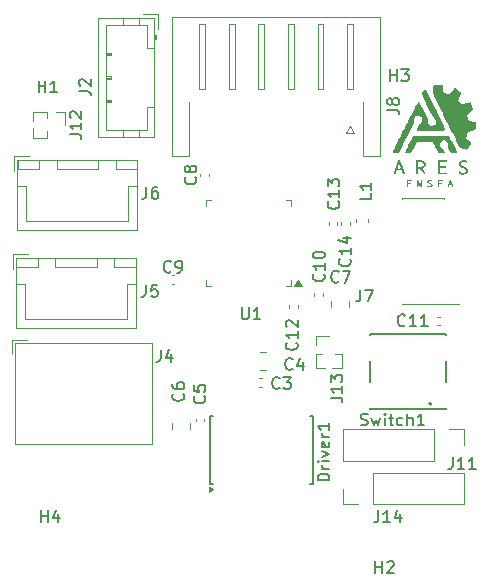
<source format=gbr>
%TF.GenerationSoftware,KiCad,Pcbnew,8.0.8*%
%TF.CreationDate,2025-02-05T17:51:18+01:00*%
%TF.ProjectId,Janus_finalV,4a616e75-735f-4666-996e-616c562e6b69,rev?*%
%TF.SameCoordinates,Original*%
%TF.FileFunction,Legend,Top*%
%TF.FilePolarity,Positive*%
%FSLAX46Y46*%
G04 Gerber Fmt 4.6, Leading zero omitted, Abs format (unit mm)*
G04 Created by KiCad (PCBNEW 8.0.8) date 2025-02-05 17:51:18*
%MOMM*%
%LPD*%
G01*
G04 APERTURE LIST*
%ADD10C,0.150000*%
%ADD11C,0.120000*%
%ADD12C,0.200000*%
%ADD13C,0.000000*%
G04 APERTURE END LIST*
D10*
X142290476Y-81254819D02*
X142290476Y-81969104D01*
X142290476Y-81969104D02*
X142242857Y-82111961D01*
X142242857Y-82111961D02*
X142147619Y-82207200D01*
X142147619Y-82207200D02*
X142004762Y-82254819D01*
X142004762Y-82254819D02*
X141909524Y-82254819D01*
X143290476Y-82254819D02*
X142719048Y-82254819D01*
X143004762Y-82254819D02*
X143004762Y-81254819D01*
X143004762Y-81254819D02*
X142909524Y-81397676D01*
X142909524Y-81397676D02*
X142814286Y-81492914D01*
X142814286Y-81492914D02*
X142719048Y-81540533D01*
X144147619Y-81588152D02*
X144147619Y-82254819D01*
X143909524Y-81207200D02*
X143671429Y-81921485D01*
X143671429Y-81921485D02*
X144290476Y-81921485D01*
X142038095Y-86554819D02*
X142038095Y-85554819D01*
X142038095Y-86031009D02*
X142609523Y-86031009D01*
X142609523Y-86554819D02*
X142609523Y-85554819D01*
X143038095Y-85650057D02*
X143085714Y-85602438D01*
X143085714Y-85602438D02*
X143180952Y-85554819D01*
X143180952Y-85554819D02*
X143419047Y-85554819D01*
X143419047Y-85554819D02*
X143514285Y-85602438D01*
X143514285Y-85602438D02*
X143561904Y-85650057D01*
X143561904Y-85650057D02*
X143609523Y-85745295D01*
X143609523Y-85745295D02*
X143609523Y-85840533D01*
X143609523Y-85840533D02*
X143561904Y-85983390D01*
X143561904Y-85983390D02*
X142990476Y-86554819D01*
X142990476Y-86554819D02*
X143609523Y-86554819D01*
X144557142Y-65559580D02*
X144509523Y-65607200D01*
X144509523Y-65607200D02*
X144366666Y-65654819D01*
X144366666Y-65654819D02*
X144271428Y-65654819D01*
X144271428Y-65654819D02*
X144128571Y-65607200D01*
X144128571Y-65607200D02*
X144033333Y-65511961D01*
X144033333Y-65511961D02*
X143985714Y-65416723D01*
X143985714Y-65416723D02*
X143938095Y-65226247D01*
X143938095Y-65226247D02*
X143938095Y-65083390D01*
X143938095Y-65083390D02*
X143985714Y-64892914D01*
X143985714Y-64892914D02*
X144033333Y-64797676D01*
X144033333Y-64797676D02*
X144128571Y-64702438D01*
X144128571Y-64702438D02*
X144271428Y-64654819D01*
X144271428Y-64654819D02*
X144366666Y-64654819D01*
X144366666Y-64654819D02*
X144509523Y-64702438D01*
X144509523Y-64702438D02*
X144557142Y-64750057D01*
X145509523Y-65654819D02*
X144938095Y-65654819D01*
X145223809Y-65654819D02*
X145223809Y-64654819D01*
X145223809Y-64654819D02*
X145128571Y-64797676D01*
X145128571Y-64797676D02*
X145033333Y-64892914D01*
X145033333Y-64892914D02*
X144938095Y-64940533D01*
X146461904Y-65654819D02*
X145890476Y-65654819D01*
X146176190Y-65654819D02*
X146176190Y-64654819D01*
X146176190Y-64654819D02*
X146080952Y-64797676D01*
X146080952Y-64797676D02*
X145985714Y-64892914D01*
X145985714Y-64892914D02*
X145890476Y-64940533D01*
X140766666Y-62554819D02*
X140766666Y-63269104D01*
X140766666Y-63269104D02*
X140719047Y-63411961D01*
X140719047Y-63411961D02*
X140623809Y-63507200D01*
X140623809Y-63507200D02*
X140480952Y-63554819D01*
X140480952Y-63554819D02*
X140385714Y-63554819D01*
X141147619Y-62554819D02*
X141814285Y-62554819D01*
X141814285Y-62554819D02*
X141385714Y-63554819D01*
X116954819Y-45733333D02*
X117669104Y-45733333D01*
X117669104Y-45733333D02*
X117811961Y-45780952D01*
X117811961Y-45780952D02*
X117907200Y-45876190D01*
X117907200Y-45876190D02*
X117954819Y-46019047D01*
X117954819Y-46019047D02*
X117954819Y-46114285D01*
X117050057Y-45304761D02*
X117002438Y-45257142D01*
X117002438Y-45257142D02*
X116954819Y-45161904D01*
X116954819Y-45161904D02*
X116954819Y-44923809D01*
X116954819Y-44923809D02*
X117002438Y-44828571D01*
X117002438Y-44828571D02*
X117050057Y-44780952D01*
X117050057Y-44780952D02*
X117145295Y-44733333D01*
X117145295Y-44733333D02*
X117240533Y-44733333D01*
X117240533Y-44733333D02*
X117383390Y-44780952D01*
X117383390Y-44780952D02*
X117954819Y-45352380D01*
X117954819Y-45352380D02*
X117954819Y-44733333D01*
X138254819Y-71709523D02*
X138969104Y-71709523D01*
X138969104Y-71709523D02*
X139111961Y-71757142D01*
X139111961Y-71757142D02*
X139207200Y-71852380D01*
X139207200Y-71852380D02*
X139254819Y-71995237D01*
X139254819Y-71995237D02*
X139254819Y-72090475D01*
X139254819Y-70709523D02*
X139254819Y-71280951D01*
X139254819Y-70995237D02*
X138254819Y-70995237D01*
X138254819Y-70995237D02*
X138397676Y-71090475D01*
X138397676Y-71090475D02*
X138492914Y-71185713D01*
X138492914Y-71185713D02*
X138540533Y-71280951D01*
X138254819Y-70376189D02*
X138254819Y-69757142D01*
X138254819Y-69757142D02*
X138635771Y-70090475D01*
X138635771Y-70090475D02*
X138635771Y-69947618D01*
X138635771Y-69947618D02*
X138683390Y-69852380D01*
X138683390Y-69852380D02*
X138731009Y-69804761D01*
X138731009Y-69804761D02*
X138826247Y-69757142D01*
X138826247Y-69757142D02*
X139064342Y-69757142D01*
X139064342Y-69757142D02*
X139159580Y-69804761D01*
X139159580Y-69804761D02*
X139207200Y-69852380D01*
X139207200Y-69852380D02*
X139254819Y-69947618D01*
X139254819Y-69947618D02*
X139254819Y-70233332D01*
X139254819Y-70233332D02*
X139207200Y-70328570D01*
X139207200Y-70328570D02*
X139159580Y-70376189D01*
X140809524Y-74007200D02*
X140952381Y-74054819D01*
X140952381Y-74054819D02*
X141190476Y-74054819D01*
X141190476Y-74054819D02*
X141285714Y-74007200D01*
X141285714Y-74007200D02*
X141333333Y-73959580D01*
X141333333Y-73959580D02*
X141380952Y-73864342D01*
X141380952Y-73864342D02*
X141380952Y-73769104D01*
X141380952Y-73769104D02*
X141333333Y-73673866D01*
X141333333Y-73673866D02*
X141285714Y-73626247D01*
X141285714Y-73626247D02*
X141190476Y-73578628D01*
X141190476Y-73578628D02*
X141000000Y-73531009D01*
X141000000Y-73531009D02*
X140904762Y-73483390D01*
X140904762Y-73483390D02*
X140857143Y-73435771D01*
X140857143Y-73435771D02*
X140809524Y-73340533D01*
X140809524Y-73340533D02*
X140809524Y-73245295D01*
X140809524Y-73245295D02*
X140857143Y-73150057D01*
X140857143Y-73150057D02*
X140904762Y-73102438D01*
X140904762Y-73102438D02*
X141000000Y-73054819D01*
X141000000Y-73054819D02*
X141238095Y-73054819D01*
X141238095Y-73054819D02*
X141380952Y-73102438D01*
X141714286Y-73388152D02*
X141904762Y-74054819D01*
X141904762Y-74054819D02*
X142095238Y-73578628D01*
X142095238Y-73578628D02*
X142285714Y-74054819D01*
X142285714Y-74054819D02*
X142476190Y-73388152D01*
X142857143Y-74054819D02*
X142857143Y-73388152D01*
X142857143Y-73054819D02*
X142809524Y-73102438D01*
X142809524Y-73102438D02*
X142857143Y-73150057D01*
X142857143Y-73150057D02*
X142904762Y-73102438D01*
X142904762Y-73102438D02*
X142857143Y-73054819D01*
X142857143Y-73054819D02*
X142857143Y-73150057D01*
X143190476Y-73388152D02*
X143571428Y-73388152D01*
X143333333Y-73054819D02*
X143333333Y-73911961D01*
X143333333Y-73911961D02*
X143380952Y-74007200D01*
X143380952Y-74007200D02*
X143476190Y-74054819D01*
X143476190Y-74054819D02*
X143571428Y-74054819D01*
X144333333Y-74007200D02*
X144238095Y-74054819D01*
X144238095Y-74054819D02*
X144047619Y-74054819D01*
X144047619Y-74054819D02*
X143952381Y-74007200D01*
X143952381Y-74007200D02*
X143904762Y-73959580D01*
X143904762Y-73959580D02*
X143857143Y-73864342D01*
X143857143Y-73864342D02*
X143857143Y-73578628D01*
X143857143Y-73578628D02*
X143904762Y-73483390D01*
X143904762Y-73483390D02*
X143952381Y-73435771D01*
X143952381Y-73435771D02*
X144047619Y-73388152D01*
X144047619Y-73388152D02*
X144238095Y-73388152D01*
X144238095Y-73388152D02*
X144333333Y-73435771D01*
X144761905Y-74054819D02*
X144761905Y-73054819D01*
X145190476Y-74054819D02*
X145190476Y-73531009D01*
X145190476Y-73531009D02*
X145142857Y-73435771D01*
X145142857Y-73435771D02*
X145047619Y-73388152D01*
X145047619Y-73388152D02*
X144904762Y-73388152D01*
X144904762Y-73388152D02*
X144809524Y-73435771D01*
X144809524Y-73435771D02*
X144761905Y-73483390D01*
X146190476Y-74054819D02*
X145619048Y-74054819D01*
X145904762Y-74054819D02*
X145904762Y-73054819D01*
X145904762Y-73054819D02*
X145809524Y-73197676D01*
X145809524Y-73197676D02*
X145714286Y-73292914D01*
X145714286Y-73292914D02*
X145619048Y-73340533D01*
X141704819Y-54366666D02*
X141704819Y-54842856D01*
X141704819Y-54842856D02*
X140704819Y-54842856D01*
X141704819Y-53509523D02*
X141704819Y-54080951D01*
X141704819Y-53795237D02*
X140704819Y-53795237D01*
X140704819Y-53795237D02*
X140847676Y-53890475D01*
X140847676Y-53890475D02*
X140942914Y-53985713D01*
X140942914Y-53985713D02*
X140990533Y-54080951D01*
X123866666Y-67654819D02*
X123866666Y-68369104D01*
X123866666Y-68369104D02*
X123819047Y-68511961D01*
X123819047Y-68511961D02*
X123723809Y-68607200D01*
X123723809Y-68607200D02*
X123580952Y-68654819D01*
X123580952Y-68654819D02*
X123485714Y-68654819D01*
X124771428Y-67988152D02*
X124771428Y-68654819D01*
X124533333Y-67607200D02*
X124295238Y-68321485D01*
X124295238Y-68321485D02*
X124914285Y-68321485D01*
X137659580Y-61242857D02*
X137707200Y-61290476D01*
X137707200Y-61290476D02*
X137754819Y-61433333D01*
X137754819Y-61433333D02*
X137754819Y-61528571D01*
X137754819Y-61528571D02*
X137707200Y-61671428D01*
X137707200Y-61671428D02*
X137611961Y-61766666D01*
X137611961Y-61766666D02*
X137516723Y-61814285D01*
X137516723Y-61814285D02*
X137326247Y-61861904D01*
X137326247Y-61861904D02*
X137183390Y-61861904D01*
X137183390Y-61861904D02*
X136992914Y-61814285D01*
X136992914Y-61814285D02*
X136897676Y-61766666D01*
X136897676Y-61766666D02*
X136802438Y-61671428D01*
X136802438Y-61671428D02*
X136754819Y-61528571D01*
X136754819Y-61528571D02*
X136754819Y-61433333D01*
X136754819Y-61433333D02*
X136802438Y-61290476D01*
X136802438Y-61290476D02*
X136850057Y-61242857D01*
X137754819Y-60290476D02*
X137754819Y-60861904D01*
X137754819Y-60576190D02*
X136754819Y-60576190D01*
X136754819Y-60576190D02*
X136897676Y-60671428D01*
X136897676Y-60671428D02*
X136992914Y-60766666D01*
X136992914Y-60766666D02*
X137040533Y-60861904D01*
X136754819Y-59671428D02*
X136754819Y-59576190D01*
X136754819Y-59576190D02*
X136802438Y-59480952D01*
X136802438Y-59480952D02*
X136850057Y-59433333D01*
X136850057Y-59433333D02*
X136945295Y-59385714D01*
X136945295Y-59385714D02*
X137135771Y-59338095D01*
X137135771Y-59338095D02*
X137373866Y-59338095D01*
X137373866Y-59338095D02*
X137564342Y-59385714D01*
X137564342Y-59385714D02*
X137659580Y-59433333D01*
X137659580Y-59433333D02*
X137707200Y-59480952D01*
X137707200Y-59480952D02*
X137754819Y-59576190D01*
X137754819Y-59576190D02*
X137754819Y-59671428D01*
X137754819Y-59671428D02*
X137707200Y-59766666D01*
X137707200Y-59766666D02*
X137659580Y-59814285D01*
X137659580Y-59814285D02*
X137564342Y-59861904D01*
X137564342Y-59861904D02*
X137373866Y-59909523D01*
X137373866Y-59909523D02*
X137135771Y-59909523D01*
X137135771Y-59909523D02*
X136945295Y-59861904D01*
X136945295Y-59861904D02*
X136850057Y-59814285D01*
X136850057Y-59814285D02*
X136802438Y-59766666D01*
X136802438Y-59766666D02*
X136754819Y-59671428D01*
X113538095Y-45854819D02*
X113538095Y-44854819D01*
X113538095Y-45331009D02*
X114109523Y-45331009D01*
X114109523Y-45854819D02*
X114109523Y-44854819D01*
X115109523Y-45854819D02*
X114538095Y-45854819D01*
X114823809Y-45854819D02*
X114823809Y-44854819D01*
X114823809Y-44854819D02*
X114728571Y-44997676D01*
X114728571Y-44997676D02*
X114633333Y-45092914D01*
X114633333Y-45092914D02*
X114538095Y-45140533D01*
X135359580Y-67042857D02*
X135407200Y-67090476D01*
X135407200Y-67090476D02*
X135454819Y-67233333D01*
X135454819Y-67233333D02*
X135454819Y-67328571D01*
X135454819Y-67328571D02*
X135407200Y-67471428D01*
X135407200Y-67471428D02*
X135311961Y-67566666D01*
X135311961Y-67566666D02*
X135216723Y-67614285D01*
X135216723Y-67614285D02*
X135026247Y-67661904D01*
X135026247Y-67661904D02*
X134883390Y-67661904D01*
X134883390Y-67661904D02*
X134692914Y-67614285D01*
X134692914Y-67614285D02*
X134597676Y-67566666D01*
X134597676Y-67566666D02*
X134502438Y-67471428D01*
X134502438Y-67471428D02*
X134454819Y-67328571D01*
X134454819Y-67328571D02*
X134454819Y-67233333D01*
X134454819Y-67233333D02*
X134502438Y-67090476D01*
X134502438Y-67090476D02*
X134550057Y-67042857D01*
X135454819Y-66090476D02*
X135454819Y-66661904D01*
X135454819Y-66376190D02*
X134454819Y-66376190D01*
X134454819Y-66376190D02*
X134597676Y-66471428D01*
X134597676Y-66471428D02*
X134692914Y-66566666D01*
X134692914Y-66566666D02*
X134740533Y-66661904D01*
X134550057Y-65709523D02*
X134502438Y-65661904D01*
X134502438Y-65661904D02*
X134454819Y-65566666D01*
X134454819Y-65566666D02*
X134454819Y-65328571D01*
X134454819Y-65328571D02*
X134502438Y-65233333D01*
X134502438Y-65233333D02*
X134550057Y-65185714D01*
X134550057Y-65185714D02*
X134645295Y-65138095D01*
X134645295Y-65138095D02*
X134740533Y-65138095D01*
X134740533Y-65138095D02*
X134883390Y-65185714D01*
X134883390Y-65185714D02*
X135454819Y-65757142D01*
X135454819Y-65757142D02*
X135454819Y-65138095D01*
X135033333Y-69259580D02*
X134985714Y-69307200D01*
X134985714Y-69307200D02*
X134842857Y-69354819D01*
X134842857Y-69354819D02*
X134747619Y-69354819D01*
X134747619Y-69354819D02*
X134604762Y-69307200D01*
X134604762Y-69307200D02*
X134509524Y-69211961D01*
X134509524Y-69211961D02*
X134461905Y-69116723D01*
X134461905Y-69116723D02*
X134414286Y-68926247D01*
X134414286Y-68926247D02*
X134414286Y-68783390D01*
X134414286Y-68783390D02*
X134461905Y-68592914D01*
X134461905Y-68592914D02*
X134509524Y-68497676D01*
X134509524Y-68497676D02*
X134604762Y-68402438D01*
X134604762Y-68402438D02*
X134747619Y-68354819D01*
X134747619Y-68354819D02*
X134842857Y-68354819D01*
X134842857Y-68354819D02*
X134985714Y-68402438D01*
X134985714Y-68402438D02*
X135033333Y-68450057D01*
X135890476Y-68688152D02*
X135890476Y-69354819D01*
X135652381Y-68307200D02*
X135414286Y-69021485D01*
X135414286Y-69021485D02*
X136033333Y-69021485D01*
X138154819Y-78704761D02*
X137154819Y-78704761D01*
X137154819Y-78704761D02*
X137154819Y-78466666D01*
X137154819Y-78466666D02*
X137202438Y-78323809D01*
X137202438Y-78323809D02*
X137297676Y-78228571D01*
X137297676Y-78228571D02*
X137392914Y-78180952D01*
X137392914Y-78180952D02*
X137583390Y-78133333D01*
X137583390Y-78133333D02*
X137726247Y-78133333D01*
X137726247Y-78133333D02*
X137916723Y-78180952D01*
X137916723Y-78180952D02*
X138011961Y-78228571D01*
X138011961Y-78228571D02*
X138107200Y-78323809D01*
X138107200Y-78323809D02*
X138154819Y-78466666D01*
X138154819Y-78466666D02*
X138154819Y-78704761D01*
X138154819Y-77704761D02*
X137488152Y-77704761D01*
X137678628Y-77704761D02*
X137583390Y-77657142D01*
X137583390Y-77657142D02*
X137535771Y-77609523D01*
X137535771Y-77609523D02*
X137488152Y-77514285D01*
X137488152Y-77514285D02*
X137488152Y-77419047D01*
X138154819Y-77085713D02*
X137488152Y-77085713D01*
X137154819Y-77085713D02*
X137202438Y-77133332D01*
X137202438Y-77133332D02*
X137250057Y-77085713D01*
X137250057Y-77085713D02*
X137202438Y-77038094D01*
X137202438Y-77038094D02*
X137154819Y-77085713D01*
X137154819Y-77085713D02*
X137250057Y-77085713D01*
X137488152Y-76704761D02*
X138154819Y-76466666D01*
X138154819Y-76466666D02*
X137488152Y-76228571D01*
X138107200Y-75466666D02*
X138154819Y-75561904D01*
X138154819Y-75561904D02*
X138154819Y-75752380D01*
X138154819Y-75752380D02*
X138107200Y-75847618D01*
X138107200Y-75847618D02*
X138011961Y-75895237D01*
X138011961Y-75895237D02*
X137631009Y-75895237D01*
X137631009Y-75895237D02*
X137535771Y-75847618D01*
X137535771Y-75847618D02*
X137488152Y-75752380D01*
X137488152Y-75752380D02*
X137488152Y-75561904D01*
X137488152Y-75561904D02*
X137535771Y-75466666D01*
X137535771Y-75466666D02*
X137631009Y-75419047D01*
X137631009Y-75419047D02*
X137726247Y-75419047D01*
X137726247Y-75419047D02*
X137821485Y-75895237D01*
X138154819Y-74990475D02*
X137488152Y-74990475D01*
X137678628Y-74990475D02*
X137583390Y-74942856D01*
X137583390Y-74942856D02*
X137535771Y-74895237D01*
X137535771Y-74895237D02*
X137488152Y-74799999D01*
X137488152Y-74799999D02*
X137488152Y-74704761D01*
X138154819Y-73847618D02*
X138154819Y-74419046D01*
X138154819Y-74133332D02*
X137154819Y-74133332D01*
X137154819Y-74133332D02*
X137297676Y-74228570D01*
X137297676Y-74228570D02*
X137392914Y-74323808D01*
X137392914Y-74323808D02*
X137440533Y-74419046D01*
X122616666Y-62154819D02*
X122616666Y-62869104D01*
X122616666Y-62869104D02*
X122569047Y-63011961D01*
X122569047Y-63011961D02*
X122473809Y-63107200D01*
X122473809Y-63107200D02*
X122330952Y-63154819D01*
X122330952Y-63154819D02*
X122235714Y-63154819D01*
X123569047Y-62154819D02*
X123092857Y-62154819D01*
X123092857Y-62154819D02*
X123045238Y-62631009D01*
X123045238Y-62631009D02*
X123092857Y-62583390D01*
X123092857Y-62583390D02*
X123188095Y-62535771D01*
X123188095Y-62535771D02*
X123426190Y-62535771D01*
X123426190Y-62535771D02*
X123521428Y-62583390D01*
X123521428Y-62583390D02*
X123569047Y-62631009D01*
X123569047Y-62631009D02*
X123616666Y-62726247D01*
X123616666Y-62726247D02*
X123616666Y-62964342D01*
X123616666Y-62964342D02*
X123569047Y-63059580D01*
X123569047Y-63059580D02*
X123521428Y-63107200D01*
X123521428Y-63107200D02*
X123426190Y-63154819D01*
X123426190Y-63154819D02*
X123188095Y-63154819D01*
X123188095Y-63154819D02*
X123092857Y-63107200D01*
X123092857Y-63107200D02*
X123045238Y-63059580D01*
X139859580Y-59952857D02*
X139907200Y-60000476D01*
X139907200Y-60000476D02*
X139954819Y-60143333D01*
X139954819Y-60143333D02*
X139954819Y-60238571D01*
X139954819Y-60238571D02*
X139907200Y-60381428D01*
X139907200Y-60381428D02*
X139811961Y-60476666D01*
X139811961Y-60476666D02*
X139716723Y-60524285D01*
X139716723Y-60524285D02*
X139526247Y-60571904D01*
X139526247Y-60571904D02*
X139383390Y-60571904D01*
X139383390Y-60571904D02*
X139192914Y-60524285D01*
X139192914Y-60524285D02*
X139097676Y-60476666D01*
X139097676Y-60476666D02*
X139002438Y-60381428D01*
X139002438Y-60381428D02*
X138954819Y-60238571D01*
X138954819Y-60238571D02*
X138954819Y-60143333D01*
X138954819Y-60143333D02*
X139002438Y-60000476D01*
X139002438Y-60000476D02*
X139050057Y-59952857D01*
X139954819Y-59000476D02*
X139954819Y-59571904D01*
X139954819Y-59286190D02*
X138954819Y-59286190D01*
X138954819Y-59286190D02*
X139097676Y-59381428D01*
X139097676Y-59381428D02*
X139192914Y-59476666D01*
X139192914Y-59476666D02*
X139240533Y-59571904D01*
X139288152Y-58143333D02*
X139954819Y-58143333D01*
X138907200Y-58381428D02*
X139621485Y-58619523D01*
X139621485Y-58619523D02*
X139621485Y-58000476D01*
X122666666Y-53854819D02*
X122666666Y-54569104D01*
X122666666Y-54569104D02*
X122619047Y-54711961D01*
X122619047Y-54711961D02*
X122523809Y-54807200D01*
X122523809Y-54807200D02*
X122380952Y-54854819D01*
X122380952Y-54854819D02*
X122285714Y-54854819D01*
X123571428Y-53854819D02*
X123380952Y-53854819D01*
X123380952Y-53854819D02*
X123285714Y-53902438D01*
X123285714Y-53902438D02*
X123238095Y-53950057D01*
X123238095Y-53950057D02*
X123142857Y-54092914D01*
X123142857Y-54092914D02*
X123095238Y-54283390D01*
X123095238Y-54283390D02*
X123095238Y-54664342D01*
X123095238Y-54664342D02*
X123142857Y-54759580D01*
X123142857Y-54759580D02*
X123190476Y-54807200D01*
X123190476Y-54807200D02*
X123285714Y-54854819D01*
X123285714Y-54854819D02*
X123476190Y-54854819D01*
X123476190Y-54854819D02*
X123571428Y-54807200D01*
X123571428Y-54807200D02*
X123619047Y-54759580D01*
X123619047Y-54759580D02*
X123666666Y-54664342D01*
X123666666Y-54664342D02*
X123666666Y-54426247D01*
X123666666Y-54426247D02*
X123619047Y-54331009D01*
X123619047Y-54331009D02*
X123571428Y-54283390D01*
X123571428Y-54283390D02*
X123476190Y-54235771D01*
X123476190Y-54235771D02*
X123285714Y-54235771D01*
X123285714Y-54235771D02*
X123190476Y-54283390D01*
X123190476Y-54283390D02*
X123142857Y-54331009D01*
X123142857Y-54331009D02*
X123095238Y-54426247D01*
X116149819Y-49409523D02*
X116864104Y-49409523D01*
X116864104Y-49409523D02*
X117006961Y-49457142D01*
X117006961Y-49457142D02*
X117102200Y-49552380D01*
X117102200Y-49552380D02*
X117149819Y-49695237D01*
X117149819Y-49695237D02*
X117149819Y-49790475D01*
X117149819Y-48409523D02*
X117149819Y-48980951D01*
X117149819Y-48695237D02*
X116149819Y-48695237D01*
X116149819Y-48695237D02*
X116292676Y-48790475D01*
X116292676Y-48790475D02*
X116387914Y-48885713D01*
X116387914Y-48885713D02*
X116435533Y-48980951D01*
X116245057Y-48028570D02*
X116197438Y-47980951D01*
X116197438Y-47980951D02*
X116149819Y-47885713D01*
X116149819Y-47885713D02*
X116149819Y-47647618D01*
X116149819Y-47647618D02*
X116197438Y-47552380D01*
X116197438Y-47552380D02*
X116245057Y-47504761D01*
X116245057Y-47504761D02*
X116340295Y-47457142D01*
X116340295Y-47457142D02*
X116435533Y-47457142D01*
X116435533Y-47457142D02*
X116578390Y-47504761D01*
X116578390Y-47504761D02*
X117149819Y-48076189D01*
X117149819Y-48076189D02*
X117149819Y-47457142D01*
X148590476Y-76754819D02*
X148590476Y-77469104D01*
X148590476Y-77469104D02*
X148542857Y-77611961D01*
X148542857Y-77611961D02*
X148447619Y-77707200D01*
X148447619Y-77707200D02*
X148304762Y-77754819D01*
X148304762Y-77754819D02*
X148209524Y-77754819D01*
X149590476Y-77754819D02*
X149019048Y-77754819D01*
X149304762Y-77754819D02*
X149304762Y-76754819D01*
X149304762Y-76754819D02*
X149209524Y-76897676D01*
X149209524Y-76897676D02*
X149114286Y-76992914D01*
X149114286Y-76992914D02*
X149019048Y-77040533D01*
X150542857Y-77754819D02*
X149971429Y-77754819D01*
X150257143Y-77754819D02*
X150257143Y-76754819D01*
X150257143Y-76754819D02*
X150161905Y-76897676D01*
X150161905Y-76897676D02*
X150066667Y-76992914D01*
X150066667Y-76992914D02*
X149971429Y-77040533D01*
X127559580Y-71566666D02*
X127607200Y-71614285D01*
X127607200Y-71614285D02*
X127654819Y-71757142D01*
X127654819Y-71757142D02*
X127654819Y-71852380D01*
X127654819Y-71852380D02*
X127607200Y-71995237D01*
X127607200Y-71995237D02*
X127511961Y-72090475D01*
X127511961Y-72090475D02*
X127416723Y-72138094D01*
X127416723Y-72138094D02*
X127226247Y-72185713D01*
X127226247Y-72185713D02*
X127083390Y-72185713D01*
X127083390Y-72185713D02*
X126892914Y-72138094D01*
X126892914Y-72138094D02*
X126797676Y-72090475D01*
X126797676Y-72090475D02*
X126702438Y-71995237D01*
X126702438Y-71995237D02*
X126654819Y-71852380D01*
X126654819Y-71852380D02*
X126654819Y-71757142D01*
X126654819Y-71757142D02*
X126702438Y-71614285D01*
X126702438Y-71614285D02*
X126750057Y-71566666D01*
X126654819Y-70661904D02*
X126654819Y-71138094D01*
X126654819Y-71138094D02*
X127131009Y-71185713D01*
X127131009Y-71185713D02*
X127083390Y-71138094D01*
X127083390Y-71138094D02*
X127035771Y-71042856D01*
X127035771Y-71042856D02*
X127035771Y-70804761D01*
X127035771Y-70804761D02*
X127083390Y-70709523D01*
X127083390Y-70709523D02*
X127131009Y-70661904D01*
X127131009Y-70661904D02*
X127226247Y-70614285D01*
X127226247Y-70614285D02*
X127464342Y-70614285D01*
X127464342Y-70614285D02*
X127559580Y-70661904D01*
X127559580Y-70661904D02*
X127607200Y-70709523D01*
X127607200Y-70709523D02*
X127654819Y-70804761D01*
X127654819Y-70804761D02*
X127654819Y-71042856D01*
X127654819Y-71042856D02*
X127607200Y-71138094D01*
X127607200Y-71138094D02*
X127559580Y-71185713D01*
X133933333Y-70859580D02*
X133885714Y-70907200D01*
X133885714Y-70907200D02*
X133742857Y-70954819D01*
X133742857Y-70954819D02*
X133647619Y-70954819D01*
X133647619Y-70954819D02*
X133504762Y-70907200D01*
X133504762Y-70907200D02*
X133409524Y-70811961D01*
X133409524Y-70811961D02*
X133361905Y-70716723D01*
X133361905Y-70716723D02*
X133314286Y-70526247D01*
X133314286Y-70526247D02*
X133314286Y-70383390D01*
X133314286Y-70383390D02*
X133361905Y-70192914D01*
X133361905Y-70192914D02*
X133409524Y-70097676D01*
X133409524Y-70097676D02*
X133504762Y-70002438D01*
X133504762Y-70002438D02*
X133647619Y-69954819D01*
X133647619Y-69954819D02*
X133742857Y-69954819D01*
X133742857Y-69954819D02*
X133885714Y-70002438D01*
X133885714Y-70002438D02*
X133933333Y-70050057D01*
X134266667Y-69954819D02*
X134885714Y-69954819D01*
X134885714Y-69954819D02*
X134552381Y-70335771D01*
X134552381Y-70335771D02*
X134695238Y-70335771D01*
X134695238Y-70335771D02*
X134790476Y-70383390D01*
X134790476Y-70383390D02*
X134838095Y-70431009D01*
X134838095Y-70431009D02*
X134885714Y-70526247D01*
X134885714Y-70526247D02*
X134885714Y-70764342D01*
X134885714Y-70764342D02*
X134838095Y-70859580D01*
X134838095Y-70859580D02*
X134790476Y-70907200D01*
X134790476Y-70907200D02*
X134695238Y-70954819D01*
X134695238Y-70954819D02*
X134409524Y-70954819D01*
X134409524Y-70954819D02*
X134314286Y-70907200D01*
X134314286Y-70907200D02*
X134266667Y-70859580D01*
X143288095Y-44904819D02*
X143288095Y-43904819D01*
X143288095Y-44381009D02*
X143859523Y-44381009D01*
X143859523Y-44904819D02*
X143859523Y-43904819D01*
X144240476Y-43904819D02*
X144859523Y-43904819D01*
X144859523Y-43904819D02*
X144526190Y-44285771D01*
X144526190Y-44285771D02*
X144669047Y-44285771D01*
X144669047Y-44285771D02*
X144764285Y-44333390D01*
X144764285Y-44333390D02*
X144811904Y-44381009D01*
X144811904Y-44381009D02*
X144859523Y-44476247D01*
X144859523Y-44476247D02*
X144859523Y-44714342D01*
X144859523Y-44714342D02*
X144811904Y-44809580D01*
X144811904Y-44809580D02*
X144764285Y-44857200D01*
X144764285Y-44857200D02*
X144669047Y-44904819D01*
X144669047Y-44904819D02*
X144383333Y-44904819D01*
X144383333Y-44904819D02*
X144288095Y-44857200D01*
X144288095Y-44857200D02*
X144240476Y-44809580D01*
X126799580Y-53016666D02*
X126847200Y-53064285D01*
X126847200Y-53064285D02*
X126894819Y-53207142D01*
X126894819Y-53207142D02*
X126894819Y-53302380D01*
X126894819Y-53302380D02*
X126847200Y-53445237D01*
X126847200Y-53445237D02*
X126751961Y-53540475D01*
X126751961Y-53540475D02*
X126656723Y-53588094D01*
X126656723Y-53588094D02*
X126466247Y-53635713D01*
X126466247Y-53635713D02*
X126323390Y-53635713D01*
X126323390Y-53635713D02*
X126132914Y-53588094D01*
X126132914Y-53588094D02*
X126037676Y-53540475D01*
X126037676Y-53540475D02*
X125942438Y-53445237D01*
X125942438Y-53445237D02*
X125894819Y-53302380D01*
X125894819Y-53302380D02*
X125894819Y-53207142D01*
X125894819Y-53207142D02*
X125942438Y-53064285D01*
X125942438Y-53064285D02*
X125990057Y-53016666D01*
X126323390Y-52445237D02*
X126275771Y-52540475D01*
X126275771Y-52540475D02*
X126228152Y-52588094D01*
X126228152Y-52588094D02*
X126132914Y-52635713D01*
X126132914Y-52635713D02*
X126085295Y-52635713D01*
X126085295Y-52635713D02*
X125990057Y-52588094D01*
X125990057Y-52588094D02*
X125942438Y-52540475D01*
X125942438Y-52540475D02*
X125894819Y-52445237D01*
X125894819Y-52445237D02*
X125894819Y-52254761D01*
X125894819Y-52254761D02*
X125942438Y-52159523D01*
X125942438Y-52159523D02*
X125990057Y-52111904D01*
X125990057Y-52111904D02*
X126085295Y-52064285D01*
X126085295Y-52064285D02*
X126132914Y-52064285D01*
X126132914Y-52064285D02*
X126228152Y-52111904D01*
X126228152Y-52111904D02*
X126275771Y-52159523D01*
X126275771Y-52159523D02*
X126323390Y-52254761D01*
X126323390Y-52254761D02*
X126323390Y-52445237D01*
X126323390Y-52445237D02*
X126371009Y-52540475D01*
X126371009Y-52540475D02*
X126418628Y-52588094D01*
X126418628Y-52588094D02*
X126513866Y-52635713D01*
X126513866Y-52635713D02*
X126704342Y-52635713D01*
X126704342Y-52635713D02*
X126799580Y-52588094D01*
X126799580Y-52588094D02*
X126847200Y-52540475D01*
X126847200Y-52540475D02*
X126894819Y-52445237D01*
X126894819Y-52445237D02*
X126894819Y-52254761D01*
X126894819Y-52254761D02*
X126847200Y-52159523D01*
X126847200Y-52159523D02*
X126799580Y-52111904D01*
X126799580Y-52111904D02*
X126704342Y-52064285D01*
X126704342Y-52064285D02*
X126513866Y-52064285D01*
X126513866Y-52064285D02*
X126418628Y-52111904D01*
X126418628Y-52111904D02*
X126371009Y-52159523D01*
X126371009Y-52159523D02*
X126323390Y-52254761D01*
X125759580Y-71366666D02*
X125807200Y-71414285D01*
X125807200Y-71414285D02*
X125854819Y-71557142D01*
X125854819Y-71557142D02*
X125854819Y-71652380D01*
X125854819Y-71652380D02*
X125807200Y-71795237D01*
X125807200Y-71795237D02*
X125711961Y-71890475D01*
X125711961Y-71890475D02*
X125616723Y-71938094D01*
X125616723Y-71938094D02*
X125426247Y-71985713D01*
X125426247Y-71985713D02*
X125283390Y-71985713D01*
X125283390Y-71985713D02*
X125092914Y-71938094D01*
X125092914Y-71938094D02*
X124997676Y-71890475D01*
X124997676Y-71890475D02*
X124902438Y-71795237D01*
X124902438Y-71795237D02*
X124854819Y-71652380D01*
X124854819Y-71652380D02*
X124854819Y-71557142D01*
X124854819Y-71557142D02*
X124902438Y-71414285D01*
X124902438Y-71414285D02*
X124950057Y-71366666D01*
X124854819Y-70509523D02*
X124854819Y-70699999D01*
X124854819Y-70699999D02*
X124902438Y-70795237D01*
X124902438Y-70795237D02*
X124950057Y-70842856D01*
X124950057Y-70842856D02*
X125092914Y-70938094D01*
X125092914Y-70938094D02*
X125283390Y-70985713D01*
X125283390Y-70985713D02*
X125664342Y-70985713D01*
X125664342Y-70985713D02*
X125759580Y-70938094D01*
X125759580Y-70938094D02*
X125807200Y-70890475D01*
X125807200Y-70890475D02*
X125854819Y-70795237D01*
X125854819Y-70795237D02*
X125854819Y-70604761D01*
X125854819Y-70604761D02*
X125807200Y-70509523D01*
X125807200Y-70509523D02*
X125759580Y-70461904D01*
X125759580Y-70461904D02*
X125664342Y-70414285D01*
X125664342Y-70414285D02*
X125426247Y-70414285D01*
X125426247Y-70414285D02*
X125331009Y-70461904D01*
X125331009Y-70461904D02*
X125283390Y-70509523D01*
X125283390Y-70509523D02*
X125235771Y-70604761D01*
X125235771Y-70604761D02*
X125235771Y-70795237D01*
X125235771Y-70795237D02*
X125283390Y-70890475D01*
X125283390Y-70890475D02*
X125331009Y-70938094D01*
X125331009Y-70938094D02*
X125426247Y-70985713D01*
X124733333Y-61009580D02*
X124685714Y-61057200D01*
X124685714Y-61057200D02*
X124542857Y-61104819D01*
X124542857Y-61104819D02*
X124447619Y-61104819D01*
X124447619Y-61104819D02*
X124304762Y-61057200D01*
X124304762Y-61057200D02*
X124209524Y-60961961D01*
X124209524Y-60961961D02*
X124161905Y-60866723D01*
X124161905Y-60866723D02*
X124114286Y-60676247D01*
X124114286Y-60676247D02*
X124114286Y-60533390D01*
X124114286Y-60533390D02*
X124161905Y-60342914D01*
X124161905Y-60342914D02*
X124209524Y-60247676D01*
X124209524Y-60247676D02*
X124304762Y-60152438D01*
X124304762Y-60152438D02*
X124447619Y-60104819D01*
X124447619Y-60104819D02*
X124542857Y-60104819D01*
X124542857Y-60104819D02*
X124685714Y-60152438D01*
X124685714Y-60152438D02*
X124733333Y-60200057D01*
X125209524Y-61104819D02*
X125400000Y-61104819D01*
X125400000Y-61104819D02*
X125495238Y-61057200D01*
X125495238Y-61057200D02*
X125542857Y-61009580D01*
X125542857Y-61009580D02*
X125638095Y-60866723D01*
X125638095Y-60866723D02*
X125685714Y-60676247D01*
X125685714Y-60676247D02*
X125685714Y-60295295D01*
X125685714Y-60295295D02*
X125638095Y-60200057D01*
X125638095Y-60200057D02*
X125590476Y-60152438D01*
X125590476Y-60152438D02*
X125495238Y-60104819D01*
X125495238Y-60104819D02*
X125304762Y-60104819D01*
X125304762Y-60104819D02*
X125209524Y-60152438D01*
X125209524Y-60152438D02*
X125161905Y-60200057D01*
X125161905Y-60200057D02*
X125114286Y-60295295D01*
X125114286Y-60295295D02*
X125114286Y-60533390D01*
X125114286Y-60533390D02*
X125161905Y-60628628D01*
X125161905Y-60628628D02*
X125209524Y-60676247D01*
X125209524Y-60676247D02*
X125304762Y-60723866D01*
X125304762Y-60723866D02*
X125495238Y-60723866D01*
X125495238Y-60723866D02*
X125590476Y-60676247D01*
X125590476Y-60676247D02*
X125638095Y-60628628D01*
X125638095Y-60628628D02*
X125685714Y-60533390D01*
X130738095Y-64054819D02*
X130738095Y-64864342D01*
X130738095Y-64864342D02*
X130785714Y-64959580D01*
X130785714Y-64959580D02*
X130833333Y-65007200D01*
X130833333Y-65007200D02*
X130928571Y-65054819D01*
X130928571Y-65054819D02*
X131119047Y-65054819D01*
X131119047Y-65054819D02*
X131214285Y-65007200D01*
X131214285Y-65007200D02*
X131261904Y-64959580D01*
X131261904Y-64959580D02*
X131309523Y-64864342D01*
X131309523Y-64864342D02*
X131309523Y-64054819D01*
X132309523Y-65054819D02*
X131738095Y-65054819D01*
X132023809Y-65054819D02*
X132023809Y-64054819D01*
X132023809Y-64054819D02*
X131928571Y-64197676D01*
X131928571Y-64197676D02*
X131833333Y-64292914D01*
X131833333Y-64292914D02*
X131738095Y-64340533D01*
X113738095Y-82254819D02*
X113738095Y-81254819D01*
X113738095Y-81731009D02*
X114309523Y-81731009D01*
X114309523Y-82254819D02*
X114309523Y-81254819D01*
X115214285Y-81588152D02*
X115214285Y-82254819D01*
X114976190Y-81207200D02*
X114738095Y-81921485D01*
X114738095Y-81921485D02*
X115357142Y-81921485D01*
X143054819Y-47333333D02*
X143769104Y-47333333D01*
X143769104Y-47333333D02*
X143911961Y-47380952D01*
X143911961Y-47380952D02*
X144007200Y-47476190D01*
X144007200Y-47476190D02*
X144054819Y-47619047D01*
X144054819Y-47619047D02*
X144054819Y-47714285D01*
X143483390Y-46714285D02*
X143435771Y-46809523D01*
X143435771Y-46809523D02*
X143388152Y-46857142D01*
X143388152Y-46857142D02*
X143292914Y-46904761D01*
X143292914Y-46904761D02*
X143245295Y-46904761D01*
X143245295Y-46904761D02*
X143150057Y-46857142D01*
X143150057Y-46857142D02*
X143102438Y-46809523D01*
X143102438Y-46809523D02*
X143054819Y-46714285D01*
X143054819Y-46714285D02*
X143054819Y-46523809D01*
X143054819Y-46523809D02*
X143102438Y-46428571D01*
X143102438Y-46428571D02*
X143150057Y-46380952D01*
X143150057Y-46380952D02*
X143245295Y-46333333D01*
X143245295Y-46333333D02*
X143292914Y-46333333D01*
X143292914Y-46333333D02*
X143388152Y-46380952D01*
X143388152Y-46380952D02*
X143435771Y-46428571D01*
X143435771Y-46428571D02*
X143483390Y-46523809D01*
X143483390Y-46523809D02*
X143483390Y-46714285D01*
X143483390Y-46714285D02*
X143531009Y-46809523D01*
X143531009Y-46809523D02*
X143578628Y-46857142D01*
X143578628Y-46857142D02*
X143673866Y-46904761D01*
X143673866Y-46904761D02*
X143864342Y-46904761D01*
X143864342Y-46904761D02*
X143959580Y-46857142D01*
X143959580Y-46857142D02*
X144007200Y-46809523D01*
X144007200Y-46809523D02*
X144054819Y-46714285D01*
X144054819Y-46714285D02*
X144054819Y-46523809D01*
X144054819Y-46523809D02*
X144007200Y-46428571D01*
X144007200Y-46428571D02*
X143959580Y-46380952D01*
X143959580Y-46380952D02*
X143864342Y-46333333D01*
X143864342Y-46333333D02*
X143673866Y-46333333D01*
X143673866Y-46333333D02*
X143578628Y-46380952D01*
X143578628Y-46380952D02*
X143531009Y-46428571D01*
X143531009Y-46428571D02*
X143483390Y-46523809D01*
X138909580Y-55092857D02*
X138957200Y-55140476D01*
X138957200Y-55140476D02*
X139004819Y-55283333D01*
X139004819Y-55283333D02*
X139004819Y-55378571D01*
X139004819Y-55378571D02*
X138957200Y-55521428D01*
X138957200Y-55521428D02*
X138861961Y-55616666D01*
X138861961Y-55616666D02*
X138766723Y-55664285D01*
X138766723Y-55664285D02*
X138576247Y-55711904D01*
X138576247Y-55711904D02*
X138433390Y-55711904D01*
X138433390Y-55711904D02*
X138242914Y-55664285D01*
X138242914Y-55664285D02*
X138147676Y-55616666D01*
X138147676Y-55616666D02*
X138052438Y-55521428D01*
X138052438Y-55521428D02*
X138004819Y-55378571D01*
X138004819Y-55378571D02*
X138004819Y-55283333D01*
X138004819Y-55283333D02*
X138052438Y-55140476D01*
X138052438Y-55140476D02*
X138100057Y-55092857D01*
X139004819Y-54140476D02*
X139004819Y-54711904D01*
X139004819Y-54426190D02*
X138004819Y-54426190D01*
X138004819Y-54426190D02*
X138147676Y-54521428D01*
X138147676Y-54521428D02*
X138242914Y-54616666D01*
X138242914Y-54616666D02*
X138290533Y-54711904D01*
X138004819Y-53807142D02*
X138004819Y-53188095D01*
X138004819Y-53188095D02*
X138385771Y-53521428D01*
X138385771Y-53521428D02*
X138385771Y-53378571D01*
X138385771Y-53378571D02*
X138433390Y-53283333D01*
X138433390Y-53283333D02*
X138481009Y-53235714D01*
X138481009Y-53235714D02*
X138576247Y-53188095D01*
X138576247Y-53188095D02*
X138814342Y-53188095D01*
X138814342Y-53188095D02*
X138909580Y-53235714D01*
X138909580Y-53235714D02*
X138957200Y-53283333D01*
X138957200Y-53283333D02*
X139004819Y-53378571D01*
X139004819Y-53378571D02*
X139004819Y-53664285D01*
X139004819Y-53664285D02*
X138957200Y-53759523D01*
X138957200Y-53759523D02*
X138909580Y-53807142D01*
X138933333Y-61859580D02*
X138885714Y-61907200D01*
X138885714Y-61907200D02*
X138742857Y-61954819D01*
X138742857Y-61954819D02*
X138647619Y-61954819D01*
X138647619Y-61954819D02*
X138504762Y-61907200D01*
X138504762Y-61907200D02*
X138409524Y-61811961D01*
X138409524Y-61811961D02*
X138361905Y-61716723D01*
X138361905Y-61716723D02*
X138314286Y-61526247D01*
X138314286Y-61526247D02*
X138314286Y-61383390D01*
X138314286Y-61383390D02*
X138361905Y-61192914D01*
X138361905Y-61192914D02*
X138409524Y-61097676D01*
X138409524Y-61097676D02*
X138504762Y-61002438D01*
X138504762Y-61002438D02*
X138647619Y-60954819D01*
X138647619Y-60954819D02*
X138742857Y-60954819D01*
X138742857Y-60954819D02*
X138885714Y-61002438D01*
X138885714Y-61002438D02*
X138933333Y-61050057D01*
X139266667Y-60954819D02*
X139933333Y-60954819D01*
X139933333Y-60954819D02*
X139504762Y-61954819D01*
D11*
%TO.C,J14*%
X139270000Y-80730000D02*
X139270000Y-79400000D01*
X140600000Y-80730000D02*
X139270000Y-80730000D01*
X141870000Y-78070000D02*
X149550000Y-78070000D01*
X141870000Y-80730000D02*
X141870000Y-78070000D01*
X141870000Y-80730000D02*
X149550000Y-80730000D01*
X149550000Y-80730000D02*
X149550000Y-78070000D01*
%TO.C,C11*%
X147292164Y-64840000D02*
X147507836Y-64840000D01*
X147292164Y-65560000D02*
X147507836Y-65560000D01*
%TO.C,J7*%
X144285000Y-54860000D02*
X144285000Y-54795000D01*
X144285000Y-63805000D02*
X144285000Y-63740000D01*
X147815000Y-54795000D02*
X144285000Y-54795000D01*
X147815000Y-54860000D02*
X147815000Y-54795000D01*
X147815000Y-63805000D02*
X144285000Y-63805000D01*
X147815000Y-63805000D02*
X147815000Y-63740000D01*
X149140000Y-63740000D02*
X147815000Y-63740000D01*
%TO.C,J2*%
X118590000Y-39540000D02*
X118590000Y-49660000D01*
X118590000Y-49660000D02*
X123310000Y-49660000D01*
X119200000Y-40150000D02*
X119200000Y-49050000D01*
X119200000Y-42500000D02*
X119700000Y-42500000D01*
X119200000Y-42600000D02*
X119700000Y-42600000D01*
X119200000Y-44500000D02*
X119700000Y-44500000D01*
X119200000Y-44600000D02*
X119700000Y-44600000D01*
X119200000Y-46500000D02*
X119700000Y-46500000D01*
X119200000Y-46600000D02*
X119700000Y-46600000D01*
X119200000Y-49050000D02*
X122700000Y-49050000D01*
X119700000Y-42500000D02*
X119700000Y-42700000D01*
X119700000Y-42700000D02*
X119200000Y-42700000D01*
X119700000Y-44500000D02*
X119700000Y-44700000D01*
X119700000Y-44700000D02*
X119200000Y-44700000D01*
X119700000Y-46500000D02*
X119700000Y-46700000D01*
X119700000Y-46700000D02*
X119200000Y-46700000D01*
X120700000Y-39540000D02*
X120700000Y-40150000D01*
X120700000Y-49660000D02*
X120700000Y-49050000D01*
X122000000Y-39540000D02*
X122000000Y-40150000D01*
X122000000Y-49660000D02*
X122000000Y-49050000D01*
X122700000Y-40150000D02*
X119200000Y-40150000D01*
X122700000Y-42100000D02*
X122700000Y-40150000D01*
X122700000Y-47100000D02*
X123310000Y-47100000D01*
X122700000Y-49050000D02*
X122700000Y-47100000D01*
X123310000Y-39540000D02*
X118590000Y-39540000D01*
X123310000Y-41300000D02*
X123510000Y-41300000D01*
X123310000Y-42100000D02*
X122700000Y-42100000D01*
X123310000Y-49660000D02*
X123310000Y-39540000D01*
X123410000Y-41300000D02*
X123410000Y-41000000D01*
X123510000Y-41000000D02*
X123310000Y-41000000D01*
X123510000Y-41300000D02*
X123510000Y-41000000D01*
X123610000Y-39240000D02*
X122360000Y-39240000D01*
X123610000Y-40490000D02*
X123610000Y-39240000D01*
%TO.C,J13*%
X136990000Y-66490000D02*
X138100000Y-66490000D01*
X136990000Y-67250000D02*
X136990000Y-66490000D01*
X136990000Y-68010000D02*
X136990000Y-69215000D01*
X136990000Y-68010000D02*
X137536529Y-68010000D01*
X136990000Y-69215000D02*
X137792470Y-69215000D01*
X138407530Y-69215000D02*
X139210000Y-69215000D01*
X138663471Y-68010000D02*
X139210000Y-68010000D01*
X139210000Y-68010000D02*
X139210000Y-69215000D01*
D12*
%TO.C,Switch1*%
X141600000Y-66300000D02*
X141600000Y-66400000D01*
X141600000Y-70400000D02*
X141600000Y-68600000D01*
X141600000Y-72700000D02*
X141600000Y-72600000D01*
X148000000Y-66300000D02*
X141600000Y-66300000D01*
X148000000Y-66400000D02*
X148000000Y-66300000D01*
X148000000Y-70400000D02*
X148000000Y-68600000D01*
X148000000Y-72600000D02*
X148000000Y-72700000D01*
X148000000Y-72700000D02*
X141600000Y-72700000D01*
X146800000Y-72200000D02*
G75*
G02*
X146600000Y-72200000I-100000J0D01*
G01*
X146600000Y-72200000D02*
G75*
G02*
X146800000Y-72200000I100000J0D01*
G01*
D11*
%TO.C,L1*%
X140440000Y-56862779D02*
X140440000Y-56537221D01*
X141460000Y-56862779D02*
X141460000Y-56537221D01*
%TO.C,J4*%
X111310000Y-66800000D02*
X112550000Y-66800000D01*
X111310000Y-68040000D02*
X111310000Y-66800000D01*
X111550000Y-67040000D02*
X111550000Y-75660000D01*
X111550000Y-67040000D02*
X123170000Y-67040000D01*
X111550000Y-75660000D02*
X123170000Y-75660000D01*
X123170000Y-67040000D02*
X123170000Y-75660000D01*
%TO.C,C10*%
X136890000Y-62842164D02*
X136890000Y-63057836D01*
X137610000Y-62842164D02*
X137610000Y-63057836D01*
%TO.C,C12*%
X134740000Y-63892164D02*
X134740000Y-64107836D01*
X135460000Y-63892164D02*
X135460000Y-64107836D01*
%TO.C,C4*%
X132238748Y-67865000D02*
X132761252Y-67865000D01*
X132238748Y-69335000D02*
X132761252Y-69335000D01*
D10*
%TO.C,Driver1*%
X128075000Y-73225000D02*
X128300000Y-73225000D01*
X128075000Y-78975000D02*
X128075000Y-73225000D01*
X128075000Y-78975000D02*
X128300000Y-78975000D01*
X136725000Y-73225000D02*
X136500000Y-73225000D01*
X136725000Y-78975000D02*
X136500000Y-78975000D01*
X136725000Y-78975000D02*
X136725000Y-73225000D01*
D11*
X128325000Y-79475000D02*
X127995000Y-79715000D01*
X127995000Y-79235000D01*
X128325000Y-79475000D01*
G36*
X128325000Y-79475000D02*
G01*
X127995000Y-79715000D01*
X127995000Y-79235000D01*
X128325000Y-79475000D01*
G37*
%TO.C,J5*%
X111350000Y-59550000D02*
X111350000Y-60800000D01*
X111640000Y-59840000D02*
X111640000Y-65810000D01*
X111640000Y-65810000D02*
X121760000Y-65810000D01*
X111650000Y-59850000D02*
X111650000Y-60600000D01*
X111650000Y-60600000D02*
X113450000Y-60600000D01*
X111650000Y-62100000D02*
X112400000Y-62100000D01*
X112400000Y-62100000D02*
X112400000Y-65050000D01*
X112400000Y-65050000D02*
X116700000Y-65050000D01*
X112600000Y-59550000D02*
X111350000Y-59550000D01*
X113450000Y-59850000D02*
X111650000Y-59850000D01*
X113450000Y-60600000D02*
X113450000Y-59850000D01*
X114950000Y-59850000D02*
X114950000Y-60600000D01*
X114950000Y-60600000D02*
X118450000Y-60600000D01*
X118450000Y-59850000D02*
X114950000Y-59850000D01*
X118450000Y-60600000D02*
X118450000Y-59850000D01*
X119950000Y-59850000D02*
X119950000Y-60600000D01*
X119950000Y-60600000D02*
X121750000Y-60600000D01*
X121000000Y-62100000D02*
X121000000Y-65050000D01*
X121000000Y-65050000D02*
X116700000Y-65050000D01*
X121750000Y-59850000D02*
X119950000Y-59850000D01*
X121750000Y-60600000D02*
X121750000Y-59850000D01*
X121750000Y-62100000D02*
X121000000Y-62100000D01*
X121760000Y-59840000D02*
X111640000Y-59840000D01*
X121760000Y-65810000D02*
X121760000Y-59840000D01*
%TO.C,C14*%
X139140000Y-56842164D02*
X139140000Y-57057836D01*
X139860000Y-56842164D02*
X139860000Y-57057836D01*
%TO.C,J6*%
X111450000Y-51250000D02*
X111450000Y-52500000D01*
X111740000Y-51540000D02*
X111740000Y-57510000D01*
X111740000Y-57510000D02*
X121860000Y-57510000D01*
X111750000Y-51550000D02*
X111750000Y-52300000D01*
X111750000Y-52300000D02*
X113550000Y-52300000D01*
X111750000Y-53800000D02*
X112500000Y-53800000D01*
X112500000Y-53800000D02*
X112500000Y-56750000D01*
X112500000Y-56750000D02*
X116800000Y-56750000D01*
X112700000Y-51250000D02*
X111450000Y-51250000D01*
X113550000Y-51550000D02*
X111750000Y-51550000D01*
X113550000Y-52300000D02*
X113550000Y-51550000D01*
X115050000Y-51550000D02*
X115050000Y-52300000D01*
X115050000Y-52300000D02*
X118550000Y-52300000D01*
X118550000Y-51550000D02*
X115050000Y-51550000D01*
X118550000Y-52300000D02*
X118550000Y-51550000D01*
X120050000Y-51550000D02*
X120050000Y-52300000D01*
X120050000Y-52300000D02*
X121850000Y-52300000D01*
X121100000Y-53800000D02*
X121100000Y-56750000D01*
X121100000Y-56750000D02*
X116800000Y-56750000D01*
X121850000Y-51550000D02*
X120050000Y-51550000D01*
X121850000Y-52300000D02*
X121850000Y-51550000D01*
X121850000Y-53800000D02*
X121100000Y-53800000D01*
X121860000Y-51540000D02*
X111740000Y-51540000D01*
X121860000Y-57510000D02*
X121860000Y-51540000D01*
%TO.C,J12*%
X113035000Y-47490000D02*
X113035000Y-48292470D01*
X113035000Y-48907530D02*
X113035000Y-49710000D01*
X114240000Y-47490000D02*
X113035000Y-47490000D01*
X114240000Y-47490000D02*
X114240000Y-48036529D01*
X114240000Y-49163471D02*
X114240000Y-49710000D01*
X114240000Y-49710000D02*
X113035000Y-49710000D01*
X115000000Y-47490000D02*
X115760000Y-47490000D01*
X115760000Y-47490000D02*
X115760000Y-48600000D01*
%TO.C,J11*%
X139290000Y-74370000D02*
X139290000Y-77030000D01*
X146970000Y-74370000D02*
X139290000Y-74370000D01*
X146970000Y-74370000D02*
X146970000Y-77030000D01*
X146970000Y-77030000D02*
X139290000Y-77030000D01*
X148240000Y-74370000D02*
X149570000Y-74370000D01*
X149570000Y-74370000D02*
X149570000Y-75700000D01*
%TO.C,C5*%
X126840000Y-73492164D02*
X126840000Y-73707836D01*
X127560000Y-73492164D02*
X127560000Y-73707836D01*
%TO.C,C3*%
X132192164Y-70040000D02*
X132407836Y-70040000D01*
X132192164Y-70760000D02*
X132407836Y-70760000D01*
%TO.C,C8*%
X127240000Y-52957836D02*
X127240000Y-52742164D01*
X127960000Y-52957836D02*
X127960000Y-52742164D01*
%TO.C,C6*%
X124865000Y-73838748D02*
X124865000Y-74361252D01*
X126335000Y-73838748D02*
X126335000Y-74361252D01*
D13*
%TO.C,G\u002A\u002A\u002A*%
G36*
X148089555Y-51681079D02*
G01*
X148089555Y-51757192D01*
X147795976Y-51757192D01*
X147502397Y-51757192D01*
X147502397Y-51931164D01*
X147502397Y-52105137D01*
X147752483Y-52105137D01*
X148002568Y-52105137D01*
X148002568Y-52181250D01*
X148002568Y-52257363D01*
X147752483Y-52257363D01*
X147502397Y-52257363D01*
X147502397Y-52453082D01*
X147502397Y-52648801D01*
X147806849Y-52648801D01*
X148111301Y-52648801D01*
X148111301Y-52724914D01*
X148111301Y-52801027D01*
X147719863Y-52801027D01*
X147328424Y-52801027D01*
X147328424Y-52202996D01*
X147328424Y-51604966D01*
X147708990Y-51604966D01*
X148089555Y-51604966D01*
X148089555Y-51681079D01*
G37*
G36*
X145023003Y-53236398D02*
G01*
X145083403Y-53238985D01*
X145115971Y-53245625D01*
X145128537Y-53258222D01*
X145128931Y-53278681D01*
X145128096Y-53284889D01*
X145120796Y-53310410D01*
X145101447Y-53325798D01*
X145060385Y-53334300D01*
X144987943Y-53339166D01*
X144963484Y-53340208D01*
X144805822Y-53346597D01*
X144805822Y-53432631D01*
X144805822Y-53518664D01*
X144936301Y-53518664D01*
X145009177Y-53520251D01*
X145048555Y-53527222D01*
X145064382Y-53542893D01*
X145066781Y-53562157D01*
X145062020Y-53586449D01*
X145041106Y-53599575D01*
X144994093Y-53604851D01*
X144936301Y-53605651D01*
X144805822Y-53605651D01*
X144805822Y-53714383D01*
X144805822Y-53823116D01*
X144968921Y-53823116D01*
X145054952Y-53824825D01*
X145105451Y-53831000D01*
X145128283Y-53843214D01*
X145132020Y-53855736D01*
X145124627Y-53871286D01*
X145097585Y-53881126D01*
X145043603Y-53886409D01*
X144955391Y-53888284D01*
X144925428Y-53888356D01*
X144718835Y-53888356D01*
X144718835Y-53562157D01*
X144718835Y-53235959D01*
X144926940Y-53235959D01*
X145023003Y-53236398D01*
G37*
G36*
X147630724Y-53236336D02*
G01*
X147691084Y-53238898D01*
X147724246Y-53245788D01*
X147738354Y-53259151D01*
X147741557Y-53281129D01*
X147741609Y-53290325D01*
X147739371Y-53318729D01*
X147726337Y-53334985D01*
X147693031Y-53342478D01*
X147629975Y-53344593D01*
X147589383Y-53344692D01*
X147437157Y-53344692D01*
X147437157Y-53431678D01*
X147437157Y-53518664D01*
X147567637Y-53518664D01*
X147640512Y-53520251D01*
X147679890Y-53527222D01*
X147695717Y-53542893D01*
X147698116Y-53562157D01*
X147693355Y-53586449D01*
X147672442Y-53599575D01*
X147625429Y-53604851D01*
X147567637Y-53605651D01*
X147437157Y-53605651D01*
X147437157Y-53714383D01*
X147437157Y-53823116D01*
X147600257Y-53823116D01*
X147686287Y-53824825D01*
X147736786Y-53831000D01*
X147759619Y-53843214D01*
X147763356Y-53855736D01*
X147756170Y-53870947D01*
X147729842Y-53880713D01*
X147677219Y-53886107D01*
X147591147Y-53888202D01*
X147545890Y-53888356D01*
X147328424Y-53888356D01*
X147328424Y-53562157D01*
X147328424Y-53235959D01*
X147535017Y-53235959D01*
X147630724Y-53236336D01*
G37*
G36*
X145623779Y-53240928D02*
G01*
X145648805Y-53260075D01*
X145677992Y-53299757D01*
X145716031Y-53366332D01*
X145766762Y-53464484D01*
X145882277Y-53693009D01*
X145888464Y-53463069D01*
X145891615Y-53361103D01*
X145895691Y-53295150D01*
X145902513Y-53257742D01*
X145913901Y-53241408D01*
X145931675Y-53238678D01*
X145942830Y-53239981D01*
X145961499Y-53244312D01*
X145974758Y-53255574D01*
X145983712Y-53280440D01*
X145989465Y-53325588D01*
X145993122Y-53397691D01*
X145995786Y-53503426D01*
X145997028Y-53567594D01*
X146003046Y-53888356D01*
X145942657Y-53888356D01*
X145913817Y-53884720D01*
X145888210Y-53869300D01*
X145860331Y-53835324D01*
X145824670Y-53776022D01*
X145775721Y-53684625D01*
X145773540Y-53680455D01*
X145664811Y-53472554D01*
X145658587Y-53680455D01*
X145655276Y-53776524D01*
X145650757Y-53837229D01*
X145642698Y-53870684D01*
X145628763Y-53885004D01*
X145606620Y-53888302D01*
X145598784Y-53888356D01*
X145545205Y-53888356D01*
X145545205Y-53562157D01*
X145545205Y-53420805D01*
X145632192Y-53420805D01*
X145643065Y-53431678D01*
X145653938Y-53420805D01*
X145643065Y-53409931D01*
X145632192Y-53420805D01*
X145545205Y-53420805D01*
X145545205Y-53235959D01*
X145598226Y-53235959D01*
X145623779Y-53240928D01*
G37*
G36*
X146769786Y-53254253D02*
G01*
X146808588Y-53273267D01*
X146859335Y-53311995D01*
X146870741Y-53340935D01*
X146846550Y-53356230D01*
X146790508Y-53354019D01*
X146741650Y-53342237D01*
X146660599Y-53329791D01*
X146595052Y-53341726D01*
X146554320Y-53374926D01*
X146545548Y-53407871D01*
X146560077Y-53440468D01*
X146607267Y-53475513D01*
X146670527Y-53507453D01*
X146784229Y-53567644D01*
X146856804Y-53625927D01*
X146890445Y-53684283D01*
X146893493Y-53708730D01*
X146874536Y-53790646D01*
X146822952Y-53853396D01*
X146746671Y-53893521D01*
X146653624Y-53907564D01*
X146551740Y-53892065D01*
X146509156Y-53876326D01*
X146445329Y-53840867D01*
X146422108Y-53806309D01*
X146436881Y-53768681D01*
X146437676Y-53767713D01*
X146460225Y-53749854D01*
X146490075Y-53754706D01*
X146534538Y-53779539D01*
X146612178Y-53813098D01*
X146684417Y-53819746D01*
X146742275Y-53801853D01*
X146776775Y-53761788D01*
X146781389Y-53714401D01*
X146766073Y-53678570D01*
X146725848Y-53647296D01*
X146655445Y-53614982D01*
X146557818Y-53564697D01*
X146484788Y-53504629D01*
X146443462Y-53441537D01*
X146436815Y-53407046D01*
X146451522Y-53364302D01*
X146488071Y-53312670D01*
X146500382Y-53299526D01*
X146578598Y-53250057D01*
X146672602Y-53234608D01*
X146769786Y-53254253D01*
G37*
G36*
X148390121Y-53240314D02*
G01*
X148412375Y-53246489D01*
X148432292Y-53263245D01*
X148453065Y-53296830D01*
X148477886Y-53353487D01*
X148509948Y-53439463D01*
X148549090Y-53551284D01*
X148586109Y-53659451D01*
X148617469Y-53752954D01*
X148640653Y-53824135D01*
X148653142Y-53865339D01*
X148654602Y-53872046D01*
X148636274Y-53884342D01*
X148601013Y-53888356D01*
X148557333Y-53876881D01*
X148535461Y-53834993D01*
X148533957Y-53828553D01*
X148517616Y-53761899D01*
X148497830Y-53727871D01*
X148461765Y-53716628D01*
X148396586Y-53718328D01*
X148390650Y-53718675D01*
X148323798Y-53724585D01*
X148286717Y-53737700D01*
X148265694Y-53766238D01*
X148252662Y-53801370D01*
X148219505Y-53862973D01*
X148179328Y-53884539D01*
X148146550Y-53884285D01*
X148139557Y-53861705D01*
X148145303Y-53830173D01*
X148159025Y-53780989D01*
X148183039Y-53705277D01*
X148212753Y-53617378D01*
X148220676Y-53594777D01*
X148222458Y-53589622D01*
X148317164Y-53589622D01*
X148318660Y-53616246D01*
X148337995Y-53626128D01*
X148376553Y-53627448D01*
X148391577Y-53627397D01*
X148479064Y-53627397D01*
X148447046Y-53534974D01*
X148418794Y-53454681D01*
X148400436Y-53411178D01*
X148387527Y-53400194D01*
X148375621Y-53417458D01*
X148362156Y-53453424D01*
X148332124Y-53538074D01*
X148317164Y-53589622D01*
X148222458Y-53589622D01*
X148253398Y-53500106D01*
X148283919Y-53408257D01*
X148306458Y-53336693D01*
X148309225Y-53327301D01*
X148329490Y-53269061D01*
X148351549Y-53243311D01*
X148384981Y-53239751D01*
X148390121Y-53240314D01*
G37*
G36*
X145778981Y-51604999D02*
G01*
X145923825Y-51607676D01*
X146033114Y-51617276D01*
X146114553Y-51636218D01*
X146175844Y-51666918D01*
X146224692Y-51711794D01*
X146256972Y-51754971D01*
X146291382Y-51835376D01*
X146306653Y-51933343D01*
X146301330Y-52029322D01*
X146281932Y-52090257D01*
X146241089Y-52152386D01*
X146189555Y-52208302D01*
X146139060Y-52246746D01*
X146107831Y-52257363D01*
X146070156Y-52265466D01*
X146060132Y-52273673D01*
X146066845Y-52297578D01*
X146092052Y-52351156D01*
X146131885Y-52426775D01*
X146182478Y-52516803D01*
X146189328Y-52528625D01*
X146241827Y-52620273D01*
X146285220Y-52698604D01*
X146315319Y-52755873D01*
X146327940Y-52784333D01*
X146328082Y-52785397D01*
X146308810Y-52795052D01*
X146260317Y-52797966D01*
X146235659Y-52796841D01*
X146143236Y-52790154D01*
X146004092Y-52545505D01*
X145864948Y-52300856D01*
X145770317Y-52300856D01*
X145675685Y-52300856D01*
X145675685Y-52550942D01*
X145675685Y-52801027D01*
X145588698Y-52801027D01*
X145501712Y-52801027D01*
X145501712Y-52202996D01*
X145501712Y-52148630D01*
X145675685Y-52148630D01*
X145818117Y-52148630D01*
X145915096Y-52142825D01*
X145994623Y-52127192D01*
X146024065Y-52115785D01*
X146094356Y-52061035D01*
X146128025Y-51985408D01*
X146132363Y-51935003D01*
X146113281Y-51854198D01*
X146056139Y-51794247D01*
X145961093Y-51755238D01*
X145828298Y-51737257D01*
X145778981Y-51735964D01*
X145675685Y-51735445D01*
X145675685Y-51942038D01*
X145675685Y-52148630D01*
X145501712Y-52148630D01*
X145501712Y-51942038D01*
X145501712Y-51604966D01*
X145778981Y-51604999D01*
G37*
G36*
X144234717Y-51806121D02*
G01*
X144290702Y-51969218D01*
X144346115Y-52131255D01*
X144398986Y-52286412D01*
X144447342Y-52428868D01*
X144489211Y-52552804D01*
X144522622Y-52652399D01*
X144545603Y-52721832D01*
X144555655Y-52753440D01*
X144561618Y-52784538D01*
X144548343Y-52797827D01*
X144505886Y-52798826D01*
X144477292Y-52796933D01*
X144384191Y-52790154D01*
X144329628Y-52621618D01*
X144275064Y-52453082D01*
X144065040Y-52453082D01*
X143855016Y-52453082D01*
X143805479Y-52627055D01*
X143755943Y-52801027D01*
X143661987Y-52801027D01*
X143568031Y-52801027D01*
X143614087Y-52665111D01*
X143644680Y-52575362D01*
X143681898Y-52466939D01*
X143718051Y-52362238D01*
X143720484Y-52355222D01*
X143743858Y-52286795D01*
X143914212Y-52286795D01*
X143934121Y-52293726D01*
X143986512Y-52298748D01*
X144060387Y-52300845D01*
X144066438Y-52300856D01*
X144141467Y-52298519D01*
X144195835Y-52292368D01*
X144218544Y-52283696D01*
X144218664Y-52282983D01*
X144212628Y-52253000D01*
X144197369Y-52197866D01*
X144188522Y-52168814D01*
X144165587Y-52093424D01*
X144138196Y-52000460D01*
X144119839Y-51936601D01*
X144095160Y-51861933D01*
X144072408Y-51814235D01*
X144054766Y-51797891D01*
X144045416Y-51817287D01*
X144044692Y-51833045D01*
X144038334Y-51866784D01*
X144021244Y-51931042D01*
X143996395Y-52015062D01*
X143979452Y-52069069D01*
X143951678Y-52157120D01*
X143929786Y-52229084D01*
X143916669Y-52275308D01*
X143914212Y-52286795D01*
X143743858Y-52286795D01*
X143751019Y-52265830D01*
X143789972Y-52149827D01*
X143832408Y-52021998D01*
X143873396Y-51897126D01*
X143874702Y-51893117D01*
X143968579Y-51604984D01*
X144067054Y-51604975D01*
X144165529Y-51604966D01*
X144234717Y-51806121D01*
G37*
G36*
X149599028Y-51590533D02*
G01*
X149717996Y-51616726D01*
X149809969Y-51664283D01*
X149839197Y-51690894D01*
X149863111Y-51723360D01*
X149860421Y-51752609D01*
X149840303Y-51786533D01*
X149804419Y-51841298D01*
X149704878Y-51788371D01*
X149601205Y-51748430D01*
X149499810Y-51736060D01*
X149409533Y-51749956D01*
X149339213Y-51788812D01*
X149298682Y-51848391D01*
X149291382Y-51910810D01*
X149311695Y-51956853D01*
X149327348Y-51979223D01*
X149345579Y-51998218D01*
X149373141Y-52017736D01*
X149416785Y-52041676D01*
X149483263Y-52073936D01*
X149579327Y-52118415D01*
X149638245Y-52145394D01*
X149755990Y-52205497D01*
X149836847Y-52264048D01*
X149886594Y-52327942D01*
X149911009Y-52404074D01*
X149916186Y-52477049D01*
X149896074Y-52591492D01*
X149837808Y-52687758D01*
X149744791Y-52760506D01*
X149731134Y-52767559D01*
X149623712Y-52802234D01*
X149496322Y-52815957D01*
X149367543Y-52807915D01*
X149281508Y-52787210D01*
X149204358Y-52753240D01*
X149132927Y-52710141D01*
X149113490Y-52694987D01*
X149047440Y-52637928D01*
X149099025Y-52575169D01*
X149134117Y-52535273D01*
X149157236Y-52525816D01*
X149183805Y-52543459D01*
X149195535Y-52554264D01*
X149280643Y-52611364D01*
X149383236Y-52647177D01*
X149491150Y-52660575D01*
X149592222Y-52650428D01*
X149674288Y-52615609D01*
X149693120Y-52600430D01*
X149736937Y-52536237D01*
X149740090Y-52468346D01*
X149704672Y-52401033D01*
X149632775Y-52338576D01*
X149541895Y-52291397D01*
X149388504Y-52223211D01*
X149273496Y-52159876D01*
X149192629Y-52097584D01*
X149141664Y-52032528D01*
X149116360Y-51960901D01*
X149111644Y-51905122D01*
X149129489Y-51789540D01*
X149182504Y-51699143D01*
X149269910Y-51634637D01*
X149390928Y-51596728D01*
X149461882Y-51588103D01*
X149599028Y-51590533D01*
G37*
G36*
X147011756Y-49539146D02*
G01*
X147261188Y-49539509D01*
X147473491Y-49540201D01*
X147651847Y-49541291D01*
X147799438Y-49542851D01*
X147919445Y-49544952D01*
X148015050Y-49547663D01*
X148089436Y-49551056D01*
X148145784Y-49555200D01*
X148187275Y-49560168D01*
X148217093Y-49566029D01*
X148238003Y-49572687D01*
X148261021Y-49582901D01*
X148282234Y-49596423D01*
X148304044Y-49617247D01*
X148328852Y-49649369D01*
X148359061Y-49696782D01*
X148397071Y-49763481D01*
X148445286Y-49853461D01*
X148506106Y-49970715D01*
X148581933Y-50119240D01*
X148664653Y-50282274D01*
X148759785Y-50470941D01*
X148835945Y-50624307D01*
X148894541Y-50745491D01*
X148936980Y-50837615D01*
X148964671Y-50903801D01*
X148979020Y-50947170D01*
X148981435Y-50970842D01*
X148977878Y-50976806D01*
X148945627Y-50984058D01*
X148879534Y-50990045D01*
X148789247Y-50994143D01*
X148684933Y-50995728D01*
X148421321Y-50996061D01*
X148306206Y-50762286D01*
X148243267Y-50625954D01*
X148205683Y-50523942D01*
X148193158Y-50455443D01*
X148193197Y-50452397D01*
X148195322Y-50383190D01*
X148198194Y-50298544D01*
X148199367Y-50266008D01*
X148185182Y-50145023D01*
X148137736Y-50043499D01*
X148063995Y-49965414D01*
X147970927Y-49914744D01*
X147865497Y-49895467D01*
X147754674Y-49911560D01*
X147659078Y-49957570D01*
X147565767Y-50041186D01*
X147510955Y-50139312D01*
X147494557Y-50246383D01*
X147516488Y-50356839D01*
X147576661Y-50465117D01*
X147668358Y-50560226D01*
X147764441Y-50655476D01*
X147835900Y-50766760D01*
X147850414Y-50796444D01*
X147882760Y-50868130D01*
X147906082Y-50924704D01*
X147915558Y-50954435D01*
X147915582Y-50955010D01*
X147895215Y-50962348D01*
X147839625Y-50968403D01*
X147757073Y-50972585D01*
X147655825Y-50974301D01*
X147645737Y-50974315D01*
X147375892Y-50974315D01*
X147228516Y-50686173D01*
X147169125Y-50569615D01*
X147110045Y-50452904D01*
X147057344Y-50348072D01*
X147017088Y-50267151D01*
X147010304Y-50253343D01*
X146981461Y-50194035D01*
X146955980Y-50146809D01*
X146928781Y-50110293D01*
X146894782Y-50083113D01*
X146848902Y-50063895D01*
X146786059Y-50051268D01*
X146701173Y-50043859D01*
X146589162Y-50040293D01*
X146444944Y-50039198D01*
X146263440Y-50039201D01*
X146217881Y-50039212D01*
X146035919Y-50039396D01*
X145892515Y-50040141D01*
X145782736Y-50041743D01*
X145701646Y-50044493D01*
X145644313Y-50048685D01*
X145605801Y-50054612D01*
X145581177Y-50062567D01*
X145565507Y-50072844D01*
X145560067Y-50078299D01*
X145540356Y-50108621D01*
X145504810Y-50171821D01*
X145456713Y-50261713D01*
X145399351Y-50372108D01*
X145336009Y-50496821D01*
X145306050Y-50556723D01*
X145087407Y-50996061D01*
X144805262Y-50996061D01*
X144700205Y-50995561D01*
X144612896Y-50994192D01*
X144551418Y-50992153D01*
X144523853Y-50989642D01*
X144523116Y-50989141D01*
X144532510Y-50968772D01*
X144559180Y-50914107D01*
X144600865Y-50829707D01*
X144655298Y-50720132D01*
X144720218Y-50589942D01*
X144793358Y-50443698D01*
X144849315Y-50332068D01*
X144927137Y-50176196D01*
X144998311Y-50032170D01*
X145060556Y-49904724D01*
X145111588Y-49798590D01*
X145149127Y-49718502D01*
X145170889Y-49669191D01*
X145175514Y-49655550D01*
X145191219Y-49625108D01*
X145229371Y-49586867D01*
X145232813Y-49584112D01*
X145244965Y-49575158D01*
X145259100Y-49567475D01*
X145278438Y-49560967D01*
X145306199Y-49555536D01*
X145345603Y-49551086D01*
X145399870Y-49547517D01*
X145472219Y-49544734D01*
X145565872Y-49542638D01*
X145684047Y-49541132D01*
X145829965Y-49540118D01*
X146006846Y-49539500D01*
X146217909Y-49539179D01*
X146466376Y-49539059D01*
X146722013Y-49539041D01*
X147011756Y-49539146D01*
G37*
G36*
X147771697Y-45499615D02*
G01*
X147786607Y-45610314D01*
X147800150Y-45708287D01*
X147810976Y-45783961D01*
X147817740Y-45827762D01*
X147818406Y-45831440D01*
X147831867Y-45853063D01*
X147867031Y-45876728D01*
X147928276Y-45904232D01*
X148019981Y-45937375D01*
X148146523Y-45977953D01*
X148255551Y-46010963D01*
X148277270Y-45997749D01*
X148321709Y-45956514D01*
X148383657Y-45892577D01*
X148457904Y-45811258D01*
X148515676Y-45745369D01*
X148595499Y-45654383D01*
X148666514Y-45576317D01*
X148723533Y-45516649D01*
X148761368Y-45480854D01*
X148773738Y-45472936D01*
X148802175Y-45486539D01*
X148849076Y-45520560D01*
X148876710Y-45543612D01*
X148935868Y-45592872D01*
X149017387Y-45657740D01*
X149108428Y-45728277D01*
X149196151Y-45794542D01*
X149267719Y-45846598D01*
X149271617Y-45849331D01*
X149290286Y-45865196D01*
X149297471Y-45885485D01*
X149291857Y-45919495D01*
X149272133Y-45976523D01*
X149243262Y-46050113D01*
X149200736Y-46156953D01*
X149154365Y-46273520D01*
X149113943Y-46375199D01*
X149112701Y-46378323D01*
X149050862Y-46533958D01*
X149119394Y-46595789D01*
X149174204Y-46649464D01*
X149237288Y-46717137D01*
X149268587Y-46753018D01*
X149295795Y-46786383D01*
X149317800Y-46811101D01*
X149340827Y-46827241D01*
X149371100Y-46834870D01*
X149414845Y-46834055D01*
X149478285Y-46824863D01*
X149567645Y-46807362D01*
X149689151Y-46781620D01*
X149796661Y-46758733D01*
X149905683Y-46736261D01*
X149998507Y-46718248D01*
X150067366Y-46706115D01*
X150104495Y-46701282D01*
X150108687Y-46701671D01*
X150119843Y-46725344D01*
X150141512Y-46780785D01*
X150170347Y-46858538D01*
X150203002Y-46949144D01*
X150236129Y-47043148D01*
X150266383Y-47131090D01*
X150290416Y-47203515D01*
X150304880Y-47250965D01*
X150307576Y-47263671D01*
X150292151Y-47286071D01*
X150249704Y-47331625D01*
X150185834Y-47394721D01*
X150106141Y-47469750D01*
X150059015Y-47512783D01*
X149810584Y-47737296D01*
X149843217Y-47838982D01*
X149864733Y-47916850D01*
X149886778Y-48013562D01*
X149900707Y-48086412D01*
X149925564Y-48232156D01*
X150165565Y-48287762D01*
X150265223Y-48310121D01*
X150351589Y-48328149D01*
X150414480Y-48339804D01*
X150441843Y-48343174D01*
X150481479Y-48344667D01*
X150509644Y-48353857D01*
X150528295Y-48377074D01*
X150539390Y-48420645D01*
X150544886Y-48490899D01*
X150546739Y-48594162D01*
X150546918Y-48682916D01*
X150548052Y-48798056D01*
X150547815Y-48882854D01*
X150540748Y-48943340D01*
X150521389Y-48985549D01*
X150484279Y-49015513D01*
X150423959Y-49039263D01*
X150334969Y-49062833D01*
X150211847Y-49092255D01*
X150166353Y-49103395D01*
X149883647Y-49173499D01*
X149812439Y-49416073D01*
X149783308Y-49515148D01*
X149758059Y-49600717D01*
X149739570Y-49663051D01*
X149731079Y-49691267D01*
X149743780Y-49720290D01*
X149792107Y-49772501D01*
X149875343Y-49847194D01*
X149959315Y-49916786D01*
X150055059Y-49995383D01*
X150120533Y-50052483D01*
X150160175Y-50092802D01*
X150178420Y-50121058D01*
X150179707Y-50141965D01*
X150177056Y-50148263D01*
X150156056Y-50183511D01*
X150117993Y-50243998D01*
X150069831Y-50318712D01*
X150051473Y-50346802D01*
X149993709Y-50435444D01*
X149936049Y-50524897D01*
X149889373Y-50598264D01*
X149882472Y-50609266D01*
X149845618Y-50665192D01*
X149817741Y-50701951D01*
X149807534Y-50710654D01*
X149784109Y-50703947D01*
X149726725Y-50686198D01*
X149642809Y-50659739D01*
X149539789Y-50626905D01*
X149481335Y-50608151D01*
X149166010Y-50506764D01*
X148981164Y-50135294D01*
X148914975Y-50001809D01*
X148835811Y-49841405D01*
X148749676Y-49666295D01*
X148662576Y-49488692D01*
X148580515Y-49320811D01*
X148558818Y-49276304D01*
X148478886Y-49112238D01*
X148386299Y-48922213D01*
X148287456Y-48719365D01*
X148188761Y-48516832D01*
X148096613Y-48327748D01*
X148056342Y-48245120D01*
X147976777Y-48081847D01*
X147894110Y-47912162D01*
X147813036Y-47745706D01*
X147738252Y-47592124D01*
X147674454Y-47461058D01*
X147637999Y-47386130D01*
X147587571Y-47282507D01*
X147522258Y-47148384D01*
X147446244Y-46992352D01*
X147363716Y-46822999D01*
X147278859Y-46648917D01*
X147195857Y-46478694D01*
X147189063Y-46464762D01*
X147115791Y-46313454D01*
X147049096Y-46173667D01*
X146991310Y-46050456D01*
X146944767Y-45948876D01*
X146911802Y-45873982D01*
X146894747Y-45830827D01*
X146892885Y-45823238D01*
X146897695Y-45789836D01*
X146911296Y-45723223D01*
X146931737Y-45632335D01*
X146957066Y-45526105D01*
X146963562Y-45499700D01*
X147034846Y-45211643D01*
X147384110Y-45211558D01*
X147733373Y-45211472D01*
X147771697Y-45499615D01*
G37*
G36*
X146285099Y-45635896D02*
G01*
X146341617Y-45670747D01*
X146344355Y-45673587D01*
X146362488Y-45702045D01*
X146397775Y-45765769D01*
X146448262Y-45860954D01*
X146511996Y-45983796D01*
X146587025Y-46130490D01*
X146671395Y-46297229D01*
X146763154Y-46480210D01*
X146860348Y-46675626D01*
X146905213Y-46766353D01*
X147014315Y-46987356D01*
X147126733Y-47215038D01*
X147239240Y-47442866D01*
X147348609Y-47664308D01*
X147451614Y-47872830D01*
X147545028Y-48061901D01*
X147625624Y-48224987D01*
X147689773Y-48354741D01*
X147760196Y-48499081D01*
X147823745Y-48633055D01*
X147877910Y-48751068D01*
X147920182Y-48847528D01*
X147948050Y-48916843D01*
X147959004Y-48953418D01*
X147959075Y-48954839D01*
X147943315Y-49010960D01*
X147913313Y-49051809D01*
X147901394Y-49061038D01*
X147885310Y-49068821D01*
X147861431Y-49075305D01*
X147826126Y-49080637D01*
X147775764Y-49084964D01*
X147706715Y-49088433D01*
X147615347Y-49091192D01*
X147498031Y-49093388D01*
X147351135Y-49095167D01*
X147171028Y-49096678D01*
X146954080Y-49098066D01*
X146742876Y-49099233D01*
X146493083Y-49100533D01*
X146283163Y-49101462D01*
X146109496Y-49101899D01*
X145968463Y-49101723D01*
X145856444Y-49100813D01*
X145769819Y-49099047D01*
X145704970Y-49096305D01*
X145658275Y-49092464D01*
X145626116Y-49087404D01*
X145604874Y-49081004D01*
X145590928Y-49073142D01*
X145580659Y-49063697D01*
X145577453Y-49060205D01*
X145553322Y-49026891D01*
X145547633Y-48990488D01*
X145558565Y-48933727D01*
X145562521Y-48918656D01*
X145585688Y-48848781D01*
X145621121Y-48760095D01*
X145659194Y-48675964D01*
X145705574Y-48589390D01*
X145748404Y-48533309D01*
X145796697Y-48496576D01*
X145810020Y-48489441D01*
X145875119Y-48445230D01*
X145937792Y-48385357D01*
X145951373Y-48368851D01*
X145988027Y-48313078D01*
X146006563Y-48257360D01*
X146012562Y-48182539D01*
X146012757Y-48158133D01*
X146009412Y-48077172D01*
X145995489Y-48020453D01*
X145965157Y-47968986D01*
X145947732Y-47946376D01*
X145855303Y-47861473D01*
X145749312Y-47814134D01*
X145637619Y-47804071D01*
X145528084Y-47830997D01*
X145428568Y-47894625D01*
X145364222Y-47967714D01*
X145334944Y-48014294D01*
X145317618Y-48058543D01*
X145309414Y-48113921D01*
X145307501Y-48193888D01*
X145307864Y-48235760D01*
X145310212Y-48419092D01*
X144860450Y-49321575D01*
X144714898Y-49613750D01*
X144587546Y-49869482D01*
X144477080Y-50091198D01*
X144382183Y-50281323D01*
X144301540Y-50442282D01*
X144233833Y-50576502D01*
X144177747Y-50686409D01*
X144131966Y-50774427D01*
X144095175Y-50842984D01*
X144066056Y-50894503D01*
X144043294Y-50931412D01*
X144025573Y-50956136D01*
X144011576Y-50971101D01*
X143999988Y-50978732D01*
X143989493Y-50981455D01*
X143978775Y-50981697D01*
X143966517Y-50981881D01*
X143959207Y-50982742D01*
X143902943Y-50988450D01*
X143817729Y-50992912D01*
X143718105Y-50995467D01*
X143670786Y-50995822D01*
X143459980Y-50996061D01*
X143500874Y-50903639D01*
X143531015Y-50839097D01*
X143573265Y-50753066D01*
X143619300Y-50662450D01*
X143626740Y-50648116D01*
X143647059Y-50608502D01*
X143685213Y-50533494D01*
X143739465Y-50426536D01*
X143808076Y-50291073D01*
X143889307Y-50130551D01*
X143981418Y-49948413D01*
X144082672Y-49748104D01*
X144191328Y-49533070D01*
X144305649Y-49306755D01*
X144423895Y-49072603D01*
X144544327Y-48834060D01*
X144665207Y-48594569D01*
X144784795Y-48357576D01*
X144901353Y-48126526D01*
X145013142Y-47904863D01*
X145118422Y-47696032D01*
X145215456Y-47503477D01*
X145302503Y-47330644D01*
X145377826Y-47180977D01*
X145439684Y-47057920D01*
X145486340Y-46964920D01*
X145515341Y-46906856D01*
X145571566Y-46802776D01*
X145619974Y-46735970D01*
X145665294Y-46702064D01*
X145712257Y-46696689D01*
X145736146Y-46702742D01*
X145754441Y-46712887D01*
X145775455Y-46733634D01*
X145801322Y-46768739D01*
X145834174Y-46821961D01*
X145876144Y-46897056D01*
X145929365Y-46997781D01*
X145995970Y-47127893D01*
X146078091Y-47291151D01*
X146135734Y-47406648D01*
X146476178Y-48090120D01*
X146483679Y-48267198D01*
X146489512Y-48361003D01*
X146499872Y-48425165D01*
X146518445Y-48473524D01*
X146548918Y-48519921D01*
X146552109Y-48524130D01*
X146644828Y-48614420D01*
X146752151Y-48664634D01*
X146869600Y-48673783D01*
X146992698Y-48640875D01*
X147020367Y-48627752D01*
X147093426Y-48578871D01*
X147142805Y-48512645D01*
X147158744Y-48479694D01*
X147192803Y-48355817D01*
X147184090Y-48236980D01*
X147133210Y-48124991D01*
X147040763Y-48021657D01*
X146993665Y-47984161D01*
X146971717Y-47966386D01*
X146949362Y-47943473D01*
X146924693Y-47911992D01*
X146895806Y-47868512D01*
X146860795Y-47809601D01*
X146817754Y-47731829D01*
X146764778Y-47631764D01*
X146699961Y-47505976D01*
X146621398Y-47351034D01*
X146527182Y-47163507D01*
X146430538Y-46970258D01*
X145956710Y-46021594D01*
X145988036Y-45930671D01*
X146017420Y-45862567D01*
X146059371Y-45785211D01*
X146105420Y-45712457D01*
X146147099Y-45658156D01*
X146164922Y-45641300D01*
X146219615Y-45624895D01*
X146285099Y-45635896D01*
G37*
D11*
%TO.C,C9*%
X125007836Y-61340000D02*
X124792164Y-61340000D01*
X125007836Y-62060000D02*
X124792164Y-62060000D01*
%TO.C,U1*%
X127690000Y-54990000D02*
X127690000Y-55440000D01*
X127690000Y-62210000D02*
X127690000Y-61760000D01*
X128140000Y-54990000D02*
X127690000Y-54990000D01*
X128140000Y-62210000D02*
X127690000Y-62210000D01*
X134460000Y-54990000D02*
X134910000Y-54990000D01*
X134460000Y-62210000D02*
X134910000Y-62210000D01*
X134910000Y-54990000D02*
X134910000Y-55440000D01*
X134910000Y-62210000D02*
X134910000Y-61760000D01*
X135840000Y-62230000D02*
X135160000Y-62230000D01*
X135500000Y-61760000D01*
X135840000Y-62230000D01*
G36*
X135840000Y-62230000D02*
G01*
X135160000Y-62230000D01*
X135500000Y-61760000D01*
X135840000Y-62230000D01*
G37*
%TO.C,J8*%
X124840000Y-39490000D02*
X124840000Y-51210000D01*
X124840000Y-51210000D02*
X126260000Y-51210000D01*
X126260000Y-51210000D02*
X126260000Y-46710000D01*
X127150000Y-40100000D02*
X127150000Y-45600000D01*
X127150000Y-45600000D02*
X127650000Y-45600000D01*
X127650000Y-40100000D02*
X127150000Y-40100000D01*
X127650000Y-45600000D02*
X127650000Y-40100000D01*
X129650000Y-40100000D02*
X129650000Y-45600000D01*
X129650000Y-45600000D02*
X130150000Y-45600000D01*
X130150000Y-40100000D02*
X129650000Y-40100000D01*
X130150000Y-45600000D02*
X130150000Y-40100000D01*
X132150000Y-40100000D02*
X132150000Y-45600000D01*
X132150000Y-45600000D02*
X132650000Y-45600000D01*
X132650000Y-40100000D02*
X132150000Y-40100000D01*
X132650000Y-45600000D02*
X132650000Y-40100000D01*
X133650000Y-39490000D02*
X124840000Y-39490000D01*
X133650000Y-39490000D02*
X142460000Y-39490000D01*
X134650000Y-40100000D02*
X134650000Y-45600000D01*
X134650000Y-45600000D02*
X135150000Y-45600000D01*
X135150000Y-40100000D02*
X134650000Y-40100000D01*
X135150000Y-45600000D02*
X135150000Y-40100000D01*
X137150000Y-40100000D02*
X137150000Y-45600000D01*
X137150000Y-45600000D02*
X137650000Y-45600000D01*
X137650000Y-40100000D02*
X137150000Y-40100000D01*
X137650000Y-45600000D02*
X137650000Y-40100000D01*
X139600000Y-49300000D02*
X139900000Y-48700000D01*
X139650000Y-40100000D02*
X139650000Y-45600000D01*
X139650000Y-45600000D02*
X140150000Y-45600000D01*
X139900000Y-48700000D02*
X140200000Y-49300000D01*
X140150000Y-40100000D02*
X139650000Y-40100000D01*
X140150000Y-45600000D02*
X140150000Y-40100000D01*
X140200000Y-49300000D02*
X139600000Y-49300000D01*
X141040000Y-51210000D02*
X141040000Y-46710000D01*
X142460000Y-39490000D02*
X142460000Y-51210000D01*
X142460000Y-51210000D02*
X141040000Y-51210000D01*
%TO.C,C13*%
X138090000Y-56842164D02*
X138090000Y-57057836D01*
X138810000Y-56842164D02*
X138810000Y-57057836D01*
%TO.C,C7*%
X138315000Y-63538748D02*
X138315000Y-64061252D01*
X139785000Y-63538748D02*
X139785000Y-64061252D01*
%TD*%
M02*

</source>
